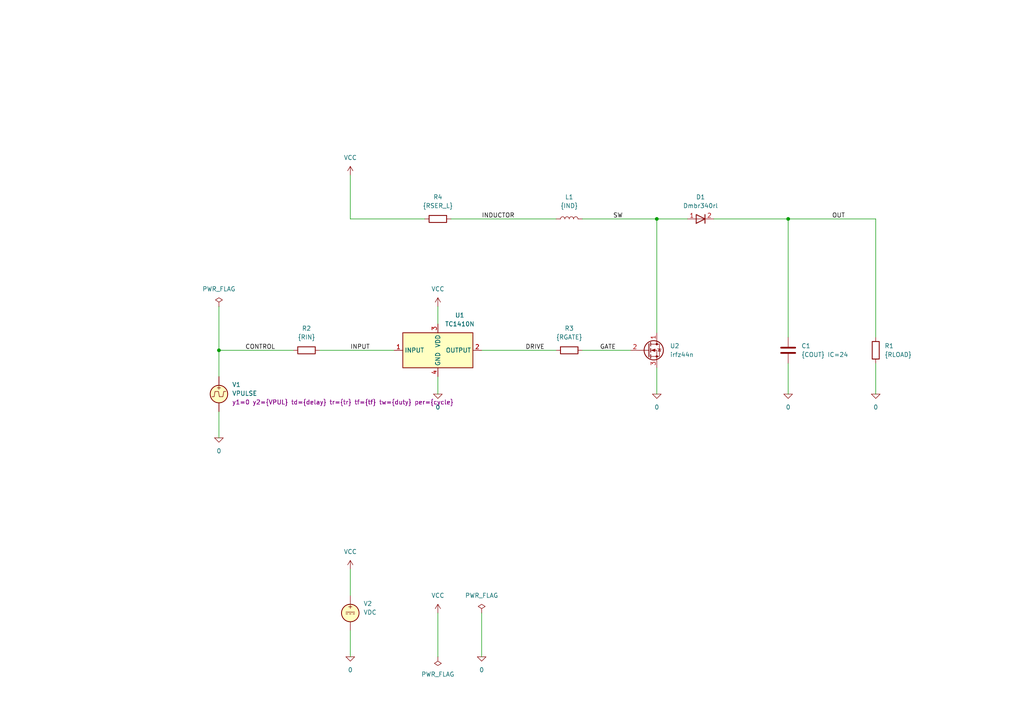
<source format=kicad_sch>
(kicad_sch (version 20211123) (generator eeschema)
  (paper "A4")
  (title_block (title "Boost converter") (date "2023-02-25") (rev "1") (company "astroelectronic@") (comment 1 "-") (comment 2 "-") (comment 3 "-") (comment 4 "AE01007410"))
  (lib_symbols
    (symbol "Device:C" (pin_numbers hide) (pin_names (offset 0.254))
      (property "Reference" "C" (at 0.635 2.54 0))
      (property "Value" "C" (at 0.635 -2.54 0))
      (symbol "C_0_1"
        (polyline (pts (xy -2.032 -0.762) (xy 2.032 -0.762)) (stroke (width 0.508)))
        (polyline (pts (xy -2.032 0.762) (xy 2.032 0.762)) (stroke (width 0.508)))
      )
      (symbol "C_1_1"
        (pin passive line (at 0 3.81 270) (length 2.794) (name "~") (number "1"))
        (pin passive line (at 0 -3.81 90) (length 2.794) (name "~") (number "2"))
      )
    )
    (symbol "Device:L" (pin_numbers hide) (pin_names (offset 1.016) hide)
      (property "Reference" "L" (at -1.27 0 90))
      (property "Value" "L" (at 1.905 0 90))
      (symbol "L_0_1"
        (arc (start 0 -2.54) (mid 0.635 -1.905) (end 0 -1.27))
        (arc (start 0 -1.27) (mid 0.635 -0.635) (end 0 0))
        (arc (start 0 0) (mid 0.635 0.635) (end 0 1.27))
        (arc (start 0 1.27) (mid 0.635 1.905) (end 0 2.54))
      )
      (symbol "L_1_1"
        (pin passive line (at 0 3.81 270) (length 1.27) (name "1") (number "1"))
        (pin passive line (at 0 -3.81 90) (length 1.27) (name "2") (number "2"))
      )
    )
    (symbol "Device:Q_NMOS_DGS" (pin_names (offset 0) hide)
      (property "Reference" "Q" (at 5.08 1.27 0))
      (property "Value" "Q_NMOS_DGS" (at 5.08 -1.27 0))
      (symbol "Q_NMOS_DGS_0_1"
        (polyline (pts (xy 0.254 0) (xy -2.54 0)))
        (polyline (pts (xy 0.254 1.905) (xy 0.254 -1.905)) (stroke (width 0.254)))
        (polyline (pts (xy 0.762 -1.27) (xy 0.762 -2.286)) (stroke (width 0.254)))
        (polyline (pts (xy 0.762 0.508) (xy 0.762 -0.508)) (stroke (width 0.254)))
        (polyline (pts (xy 0.762 2.286) (xy 0.762 1.27)) (stroke (width 0.254)))
        (polyline (pts (xy 2.54 2.54) (xy 2.54 1.778)))
        (polyline (pts (xy 2.54 -2.54) (xy 2.54 0) (xy 0.762 0)))
        (polyline (pts (xy 0.762 -1.778) (xy 3.302 -1.778) (xy 3.302 1.778) (xy 0.762 1.778)))
        (polyline (pts (xy 1.016 0) (xy 2.032 0.381) (xy 2.032 -0.381) (xy 1.016 0)) (fill (type outline)))
        (polyline (pts (xy 2.794 0.508) (xy 2.921 0.381) (xy 3.683 0.381) (xy 3.81 0.254)))
        (polyline (pts (xy 3.302 0.381) (xy 2.921 -0.254) (xy 3.683 -0.254) (xy 3.302 0.381)))
        (circle (center 1.651 0) (radius 2.794) (stroke (width 0.254)))
        (circle (center 2.54 -1.778) (radius 0.254) (fill (type outline)))
        (circle (center 2.54 1.778) (radius 0.254) (fill (type outline)))
      )
      (symbol "Q_NMOS_DGS_1_1"
        (pin passive line (at 2.54 5.08 270) (length 2.54) (name "D") (number "1"))
        (pin input line (at -5.08 0 0) (length 2.54) (name "G") (number "2"))
        (pin passive line (at 2.54 -5.08 90) (length 2.54) (name "S") (number "3"))
      )
    )
    (symbol "Device:R" (pin_numbers hide) (pin_names (offset 0))
      (property "Reference" "R" (at 2.032 0 90))
      (property "Value" "R" (at 0 0 90))
      (symbol "R_0_1"
        (rectangle (start -1.016 -2.54) (end 1.016 2.54) (stroke (width 0.254)))
      )
      (symbol "R_1_1"
        (pin passive line (at 0 3.81 270) (length 1.27) (name "~") (number "1"))
        (pin passive line (at 0 -3.81 90) (length 1.27) (name "~") (number "2"))
      )
    )
    (symbol "Simulation_SPICE:DIODE" (pin_names (offset 1.016) hide)
      (property "Reference" "D" (at 0 2.54 0))
      (property "Value" "DIODE" (at 0 -2.54 0))
      (symbol "DIODE_0_1"
        (polyline (pts (xy 1.27 0) (xy -1.27 0)))
        (polyline (pts (xy 1.27 1.27) (xy 1.27 -1.27)) (stroke (width 0.254)))
        (polyline (pts (xy -1.27 -1.27) (xy -1.27 1.27) (xy 1.27 0) (xy -1.27 -1.27)) (stroke (width 0.254)))
      )
      (symbol "DIODE_1_1"
        (pin passive line (at -3.81 0 0) (length 2.54) (name "A") (number "1"))
        (pin passive line (at 3.81 0 180) (length 2.54) (name "K") (number "2"))
      )
    )
    (symbol "Simulation_SPICE:VDC" (pin_numbers hide) (pin_names (offset 0.0254))
      (property "Reference" "V" (at 2.54 2.54 0))
      (property "Value" "VDC" (at 2.54 0 0))
      (property "Spice_Model" "dc(1)" (at 2.54 -2.54 0))
      (symbol "VDC_0_0"
        (polyline (pts (xy -1.27 0.254) (xy 1.27 0.254)))
        (polyline (pts (xy -0.762 -0.254) (xy -1.27 -0.254)))
        (polyline (pts (xy 0.254 -0.254) (xy -0.254 -0.254)))
        (polyline (pts (xy 1.27 -0.254) (xy 0.762 -0.254)))
        (text "+" (at 0 1.905 0) (effects (font (size 1.27 1.27))))
      )
      (symbol "VDC_0_1"
        (circle (center 0 0) (radius 2.54) (stroke (width 0.254)) (fill (type background)))
      )
      (symbol "VDC_1_1"
        (pin passive line (at 0 5.08 270) (length 2.54) (name "~") (number "1"))
        (pin passive line (at 0 -5.08 90) (length 2.54) (name "~") (number "2"))
      )
    )
    (symbol "Simulation_SPICE:VPULSE" (pin_numbers hide) (pin_names (offset 0.0254))
      (property "Reference" "V" (at 2.54 2.54 0))
      (property "Value" "VPULSE" (at 2.54 0 0))
      (property "Spice_Model" "pulse(0 1 2n 2n 2n 50n 100n)" (at 2.54 -2.54 0))
      (symbol "VPULSE_0_0"
        (polyline (pts (xy -2.032 -0.762) (xy -1.397 -0.762) (xy -1.143 0.762) (xy -0.127 0.762) (xy 0.127 -0.762) (xy 1.143 -0.762) (xy 1.397 0.762) (xy 2.032 0.762)))
        (text "+" (at 0 1.905 0) (effects (font (size 1.27 1.27))))
      )
      (symbol "VPULSE_0_1"
        (circle (center 0 0) (radius 2.54) (stroke (width 0.254)) (fill (type background)))
      )
      (symbol "VPULSE_1_1"
        (pin passive line (at 0 5.08 270) (length 2.54) (name "~") (number "1"))
        (pin passive line (at 0 -5.08 90) (length 2.54) (name "~") (number "2"))
      )
    )
    (symbol "TC1410N:TC1410N"
      (property "Reference" "U" (at -8.89 6.35 0))
      (property "Value" "TC1410N" (at 6.35 6.35 0))
      (symbol "TC1410N_0_1"
        (rectangle (start -10.16 5.08) (end 10.16 -5.08) (stroke (width 0.254)) (fill (type background)))
      )
      (symbol "TC1410N_1_1"
        (pin passive line (at -12.7 0 0) (length 2.54) (name "INPUT") (number "1"))
        (pin passive line (at 12.7 0 180) (length 2.54) (name "OUTPUT") (number "2"))
        (pin passive line (at 0 7.62 270) (length 2.54) (name "VDD") (number "3"))
        (pin passive line (at 0 -7.62 90) (length 2.54) (name "GND") (number "4"))
      )
    )
    (symbol "power:PWR_FLAG" (power) (pin_numbers hide) (pin_names (offset 0) hide)
      (property "Value" "PWR_FLAG" (at 0 3.81 0))
      (symbol "PWR_FLAG_0_0"
        (pin power_out line (at 0 0 90) (length 0) (name "pwr") (number "1"))
      )
      (symbol "PWR_FLAG_0_1"
        (polyline (pts (xy 0 0) (xy 0 1.27) (xy -1.016 1.905) (xy 0 2.54) (xy 1.016 1.905) (xy 0 1.27)))
      )
    )
    (symbol "power:VCC" (power) (pin_names (offset 0))
      (property "Value" "VCC" (at 0 3.81 0))
      (symbol "VCC_0_1"
        (polyline (pts (xy -0.762 1.27) (xy 0 2.54)))
        (polyline (pts (xy 0 0) (xy 0 2.54)))
        (polyline (pts (xy 0 2.54) (xy 0.762 1.27)))
      )
      (symbol "VCC_1_1"
        (pin power_in line (at 0 0 90) (length 0) hide (name "VCC") (number "1"))
      )
    )
    (symbol "pspice:0" (power) (pin_names (offset 0))
      (property "Value" "0" (at 0 -1.778 0))
      (symbol "0_0_1"
        (polyline (pts (xy -1.27 0) (xy 0 -1.27) (xy 1.27 0) (xy -1.27 0)))
      )
      (symbol "0_1_1"
        (pin power_in line (at 0 0 0) (length 0) hide (name "0") (number "1"))
      )
    )
  )
  (junction (at 190.5 63.5))
  (junction (at 228.6 63.5))
  (junction (at 63.5 101.6))
  (wire (pts (xy 228.6 105.41) (xy 228.6 114.3)))
  (wire (pts (xy 63.5 119.38) (xy 63.5 127)))
  (wire (pts (xy 190.5 63.5) (xy 168.91 63.5)))
  (wire (pts (xy 190.5 96.52) (xy 190.5 63.5)))
  (wire (pts (xy 130.81 63.5) (xy 161.29 63.5)))
  (wire (pts (xy 139.7 101.6) (xy 161.29 101.6)))
  (wire (pts (xy 92.71 101.6) (xy 114.3 101.6)))
  (wire (pts (xy 101.6 63.5) (xy 123.19 63.5)))
  (wire (pts (xy 127 109.22) (xy 127 114.3)))
  (wire (pts (xy 63.5 88.9) (xy 63.5 101.6)))
  (wire (pts (xy 190.5 63.5) (xy 199.39 63.5)))
  (wire (pts (xy 254 105.41) (xy 254 114.3)))
  (wire (pts (xy 101.6 182.88) (xy 101.6 190.5)))
  (wire (pts (xy 228.6 97.79) (xy 228.6 63.5)))
  (wire (pts (xy 228.6 63.5) (xy 207.01 63.5)))
  (wire (pts (xy 63.5 109.22) (xy 63.5 101.6)))
  (wire (pts (xy 254 63.5) (xy 228.6 63.5)))
  (wire (pts (xy 168.91 101.6) (xy 182.88 101.6)))
  (wire (pts (xy 101.6 50.8) (xy 101.6 63.5)))
  (wire (pts (xy 254 97.79) (xy 254 63.5)))
  (wire (pts (xy 127 88.9) (xy 127 93.98)))
  (wire (pts (xy 127 177.8) (xy 127 190.5)))
  (wire (pts (xy 63.5 101.6) (xy 85.09 101.6)))
  (wire (pts (xy 190.5 106.68) (xy 190.5 114.3)))
  (wire (pts (xy 101.6 165.1) (xy 101.6 172.72)))
  (wire (pts (xy 139.7 177.8) (xy 139.7 190.5)))
  (label "CONTROL" (at 71.12 101.6 0))
  (label "INDUCTOR" (at 139.7 63.5 0))
  (label "DRIVE" (at 152.4 101.6 0))
  (label "GATE" (at 173.99 101.6 0))
  (label "INPUT" (at 101.6 101.6 0))
  (label "OUT" (at 241.3 63.5 0))
  (label "SW" (at 177.8 63.5 0))
  (symbol (lib_id "pspice:0") (at 139.7 190.5 0) (unit 1)
    (property "Reference" "#GND04" (effects hide))
    (property "Value" "0" (at 139.7 194.31 0))
  )
  (symbol (lib_id "pspice:0") (at 228.6 114.3 0) (unit 1)
    (property "Reference" "#GND06" (effects hide))
    (property "Value" "0" (at 228.6 118.11 0))
  )
  (symbol (lib_id "Device:R") (at 165.1 101.6 90) (unit 1)
    (property "Reference" "R3" (at 165.1 95.25 90))
    (property "Value" "{RGATE}" (at 165.1 97.79 90))
  )
  (symbol (lib_id "Simulation_SPICE:VDC") (at 101.6 177.8 0) (unit 1)
    (property "Reference" "V2" (at 105.41 175.0701 0) (effects (justify left)))
    (property "Value" "VDC" (at 105.41 177.6101 0) (effects (justify left)))
    (property "Spice_Netlist_Enabled" "Y" (effects hide))
    (property "Spice_Primitive" "V" (effects hide))
    (property "Spice_Model" "{VSOURCE}" (at 105.41 180.1501 0) (effects (justify left)))
  )
  (symbol (lib_id "power:VCC") (at 127 177.8 0) (unit 1)
    (property "Reference" "#PWR04" (effects hide))
    (property "Value" "VCC" (at 127 172.72 0))
  )
  (symbol (lib_id "Simulation_SPICE:VPULSE") (at 63.5 114.3 0) (unit 1)
    (property "Reference" "V1" (at 67.31 111.5701 0) (effects (justify left)))
    (property "Value" "VPULSE" (at 67.31 114.1101 0) (effects (justify left)))
    (property "Spice_Netlist_Enabled" "Y" (effects hide))
    (property "Spice_Primitive" "V" (effects hide))
    (property "Spice_Model" "PULSE(0 {VPUL} {delay} {tr} {tf} {duty} {cycle})" (at 67.31 116.6501 0) (effects (justify left)))
  )
  (symbol (lib_id "pspice:0") (at 101.6 190.5 0) (unit 1)
    (property "Reference" "#GND02" (effects hide))
    (property "Value" "0" (at 101.6 194.31 0))
  )
  (symbol (lib_id "Device:R") (at 254 101.6 180) (unit 1)
    (property "Reference" "R1" (at 256.54 100.3299 0) (effects (justify right)))
    (property "Value" "{RLOAD}" (at 256.54 102.8699 0) (effects (justify right)))
  )
  (symbol (lib_id "pspice:0") (at 127 114.3 0) (unit 1)
    (property "Reference" "#GND03" (effects hide))
    (property "Value" "0" (at 127 118.11 0))
  )
  (symbol (lib_id "pspice:0") (at 190.5 114.3 0) (unit 1)
    (property "Reference" "#GND05" (effects hide))
    (property "Value" "0" (at 190.5 118.11 0))
  )
  (symbol (lib_id "power:PWR_FLAG") (at 63.5 88.9 0) (unit 1)
    (property "Reference" "#FLG01" (effects hide))
    (property "Value" "PWR_FLAG" (at 63.5 83.82 0))
  )
  (symbol (lib_id "power:VCC") (at 127 88.9 0) (unit 1)
    (property "Reference" "#PWR03" (effects hide))
    (property "Value" "VCC" (at 127 83.82 0))
  )
  (symbol (lib_id "power:PWR_FLAG") (at 139.7 177.8 0) (unit 1)
    (property "Reference" "#FLG03" (effects hide))
    (property "Value" "PWR_FLAG" (at 139.7 172.72 0))
  )
  (symbol (lib_id "power:VCC") (at 101.6 165.1 0) (unit 1)
    (property "Reference" "#PWR02" (effects hide))
    (property "Value" "VCC" (at 101.6 160.02 0))
  )
  (symbol (lib_id "power:PWR_FLAG") (at 127 190.5 180) (unit 1)
    (property "Reference" "#FLG02" (effects hide))
    (property "Value" "PWR_FLAG" (at 127 195.58 0))
  )
  (symbol (lib_id "TC1410N:TC1410N") (at 127 101.6 0) (unit 1)
    (property "Reference" "U1" (at 133.35 91.44 0))
    (property "Value" "TC1410N" (at 133.35 93.98 0))
    (property "Footprint" "Package_SO:SOIC-8_3.9x4.9mm_P1.27mm" (effects hide))
    (property "Datasheet" "https://ww1.microchip.com/downloads/aemDocuments/documents/OTH/ProductDocuments/DataSheets/20001389F.pdf" (effects hide))
    (property "Spice_Primitive" "X" (effects hide))
    (property "Spice_Model" "TC1410N_I2D_A" (effects hide))
    (property "Spice_Netlist_Enabled" "Y" (effects hide))
    (property "Spice_Lib_File" "models/TC1410N_I2D_A.lib" (effects hide))
  )
  (symbol (lib_id "Device:Q_NMOS_DGS") (at 187.96 101.6 0) (unit 1)
    (property "Reference" "U2" (at 194.31 100.3299 0) (effects (justify left)))
    (property "Value" "irfz44n" (at 194.31 102.8699 0) (effects (justify left)))
    (property "Spice_Primitive" "X" (effects hide))
    (property "Spice_Model" "irfz44n" (effects hide))
    (property "Spice_Netlist_Enabled" "Y" (effects hide))
    (property "Spice_Lib_File" "models/irfz44n.spi" (effects hide))
  )
  (symbol (lib_id "power:VCC") (at 101.6 50.8 0) (unit 1)
    (property "Reference" "#PWR01" (effects hide))
    (property "Value" "VCC" (at 101.6 45.72 0))
  )
  (symbol (lib_id "Device:L") (at 165.1 63.5 90) (unit 1)
    (property "Reference" "L1" (at 165.1 57.15 90))
    (property "Value" "{IND}" (at 165.1 59.69 90))
  )
  (symbol (lib_id "Device:R") (at 127 63.5 90) (unit 1)
    (property "Reference" "R4" (at 127 57.15 90))
    (property "Value" "{RSER_L}" (at 127 59.69 90))
  )
  (symbol (lib_id "Simulation_SPICE:DIODE") (at 203.2 63.5 0) (unit 1)
    (property "Reference" "D1" (at 203.2 57.15 0))
    (property "Value" "Dmbr340rl" (at 203.2 59.69 0))
    (property "Spice_Netlist_Enabled" "Y" (effects hide))
    (property "Spice_Primitive" "D" (effects hide))
    (property "Spice_Model" "Dmbr340rl" (effects hide))
    (property "Spice_Lib_File" "models/Dmbr340rl.mod" (effects hide))
  )
  (symbol (lib_id "pspice:0") (at 254 114.3 0) (unit 1)
    (property "Reference" "#GND07" (effects hide))
    (property "Value" "0" (at 254 118.11 0))
  )
  (symbol (lib_id "Device:C") (at 228.6 101.6 0) (unit 1)
    (property "Reference" "C1" (at 232.41 100.3299 0) (effects (justify left)))
    (property "Value" "{COUT} IC=24" (at 232.41 102.8699 0) (effects (justify left)))
  )
  (symbol (lib_id "Device:R") (at 88.9 101.6 90) (unit 1)
    (property "Reference" "R2" (at 88.9 95.25 90))
    (property "Value" "{RIN}" (at 88.9 97.79 90))
  )
  (symbol (lib_id "pspice:0") (at 63.5 127 0) (unit 1)
    (property "Reference" "#GND01" (effects hide))
    (property "Value" "0" (at 63.5 130.81 0))
  )
)
</source>
